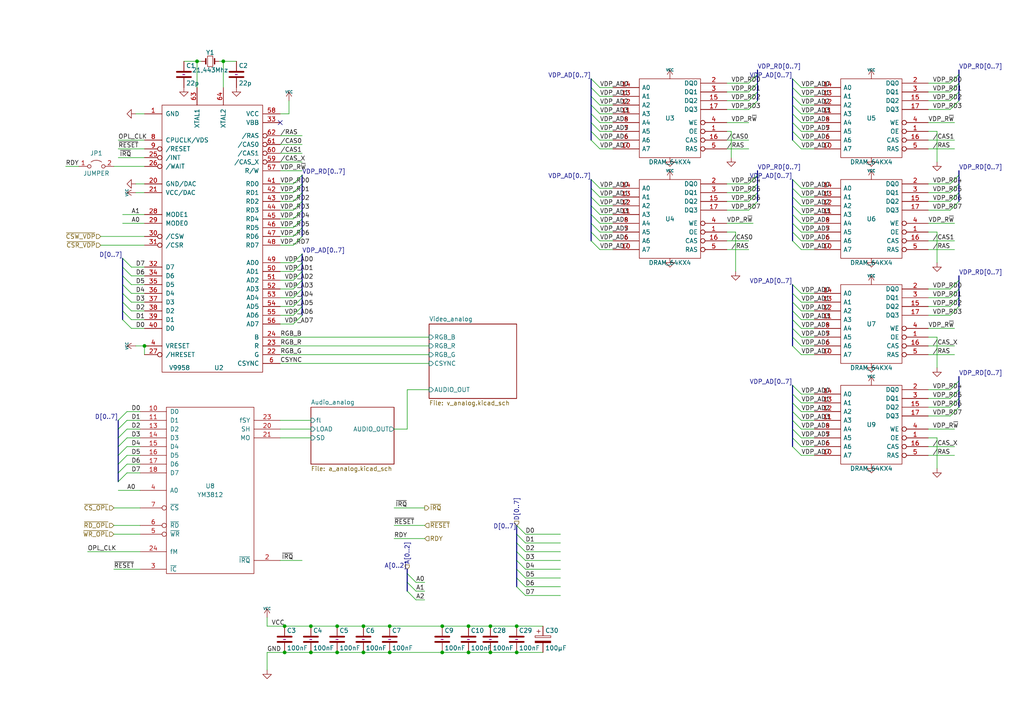
<source format=kicad_sch>
(kicad_sch (version 20230121) (generator eeschema)
  (paper "A4")
  (junction (at 82.55 181.61))
  (junction (at 128.27 189.23))
  (junction (at 113.03 189.23))
  (junction (at 135.89 189.23))
  (junction (at 82.55 189.23))
  (junction (at 113.03 181.61))
  (junction (at 105.41 189.23))
  (junction (at 149.86 189.23))
  (junction (at 142.24 189.23))
  (junction (at 57.15 17.78))
  (junction (at 142.24 181.61))
  (junction (at 97.79 189.23))
  (junction (at 149.86 181.61))
  (junction (at 105.41 181.61))
  (junction (at 128.27 181.61))
  (junction (at 90.17 189.23))
  (junction (at 41.91 100.33))
  (junction (at 135.89 181.61))
  (junction (at 97.79 181.61))
  (junction (at 90.17 181.61))
  (junction (at 64.77 17.78))
  (no_connect (at 81.28 35.56))
  (bus_entry (at 275.59 120.65) (size 2.54 -2.54))
  (bus_entry (at 275.59 55.88) (size 2.54 -2.54))
  (bus_entry (at 229.87 22.86) (size 2.54 2.54))
  (bus_entry (at 229.87 85.09) (size 2.54 2.54))
  (bus_entry (at 217.17 29.21) (size 2.54 -2.54))
  (bus_entry (at 229.87 57.15) (size 2.54 2.54))
  (bus_entry (at 85.09 71.12) (size 2.54 -2.54))
  (bus_entry (at 229.87 59.69) (size 2.54 2.54))
  (bus_entry (at 229.87 38.1) (size 2.54 2.54))
  (bus_entry (at 34.29 127) (size 2.54 -2.54))
  (bus_entry (at 171.45 54.61) (size 2.54 2.54))
  (bus_entry (at 275.59 24.13) (size 2.54 -2.54))
  (bus_entry (at 229.87 111.76) (size 2.54 2.54))
  (bus_entry (at 229.87 25.4) (size 2.54 2.54))
  (bus_entry (at 87.63 73.66) (size -2.54 2.54))
  (bus_entry (at 217.17 58.42) (size 2.54 -2.54))
  (bus_entry (at 229.87 52.07) (size 2.54 2.54))
  (bus_entry (at 171.45 57.15) (size 2.54 2.54))
  (bus_entry (at 171.45 52.07) (size 2.54 2.54))
  (bus_entry (at 85.09 55.88) (size 2.54 -2.54))
  (bus_entry (at 35.56 74.93) (size 2.54 2.54))
  (bus_entry (at 34.29 139.7) (size 2.54 -2.54))
  (bus_entry (at 152.4 165.1) (size -2.54 -2.54))
  (bus_entry (at 275.59 113.03) (size 2.54 -2.54))
  (bus_entry (at 152.4 167.64) (size -2.54 -2.54))
  (bus_entry (at 275.59 58.42) (size 2.54 -2.54))
  (bus_entry (at 152.4 162.56) (size -2.54 -2.54))
  (bus_entry (at 87.63 86.36) (size -2.54 2.54))
  (bus_entry (at 85.09 63.5) (size 2.54 -2.54))
  (bus_entry (at 35.56 87.63) (size 2.54 2.54))
  (bus_entry (at 87.63 81.28) (size -2.54 2.54))
  (bus_entry (at 229.87 69.85) (size 2.54 2.54))
  (bus_entry (at 35.56 80.01) (size 2.54 2.54))
  (bus_entry (at 171.45 59.69) (size 2.54 2.54))
  (bus_entry (at 118.11 168.91) (size 2.54 2.54))
  (bus_entry (at 229.87 100.33) (size 2.54 2.54))
  (bus_entry (at 275.59 53.34) (size 2.54 -2.54))
  (bus_entry (at 171.45 38.1) (size 2.54 2.54))
  (bus_entry (at 229.87 82.55) (size 2.54 2.54))
  (bus_entry (at 229.87 127) (size 2.54 2.54))
  (bus_entry (at 229.87 124.46) (size 2.54 2.54))
  (bus_entry (at 229.87 33.02) (size 2.54 2.54))
  (bus_entry (at 217.17 31.75) (size 2.54 -2.54))
  (bus_entry (at 171.45 62.23) (size 2.54 2.54))
  (bus_entry (at 171.45 40.64) (size 2.54 2.54))
  (bus_entry (at 34.29 129.54) (size 2.54 -2.54))
  (bus_entry (at 229.87 62.23) (size 2.54 2.54))
  (bus_entry (at 34.29 121.92) (size 2.54 -2.54))
  (bus_entry (at 217.17 53.34) (size 2.54 -2.54))
  (bus_entry (at 34.29 134.62) (size 2.54 -2.54))
  (bus_entry (at 229.87 114.3) (size 2.54 2.54))
  (bus_entry (at 35.56 82.55) (size 2.54 2.54))
  (bus_entry (at 171.45 27.94) (size 2.54 2.54))
  (bus_entry (at 152.4 157.48) (size -2.54 -2.54))
  (bus_entry (at 229.87 119.38) (size 2.54 2.54))
  (bus_entry (at 229.87 35.56) (size 2.54 2.54))
  (bus_entry (at 275.59 26.67) (size 2.54 -2.54))
  (bus_entry (at 34.29 132.08) (size 2.54 -2.54))
  (bus_entry (at 152.4 172.72) (size -2.54 -2.54))
  (bus_entry (at 171.45 69.85) (size 2.54 2.54))
  (bus_entry (at 87.63 83.82) (size -2.54 2.54))
  (bus_entry (at 229.87 67.31) (size 2.54 2.54))
  (bus_entry (at 229.87 64.77) (size 2.54 2.54))
  (bus_entry (at 275.59 91.44) (size 2.54 -2.54))
  (bus_entry (at 34.29 137.16) (size 2.54 -2.54))
  (bus_entry (at 229.87 116.84) (size 2.54 2.54))
  (bus_entry (at 171.45 22.86) (size 2.54 2.54))
  (bus_entry (at 85.09 58.42) (size 2.54 -2.54))
  (bus_entry (at 229.87 87.63) (size 2.54 2.54))
  (bus_entry (at 217.17 60.96) (size 2.54 -2.54))
  (bus_entry (at 85.09 68.58) (size 2.54 -2.54))
  (bus_entry (at 275.59 31.75) (size 2.54 -2.54))
  (bus_entry (at 275.59 88.9) (size 2.54 -2.54))
  (bus_entry (at 171.45 33.02) (size 2.54 2.54))
  (bus_entry (at 275.59 115.57) (size 2.54 -2.54))
  (bus_entry (at 229.87 92.71) (size 2.54 2.54))
  (bus_entry (at 171.45 25.4) (size 2.54 2.54))
  (bus_entry (at 171.45 30.48) (size 2.54 2.54))
  (bus_entry (at 152.4 170.18) (size -2.54 -2.54))
  (bus_entry (at 152.4 154.94) (size -2.54 -2.54))
  (bus_entry (at 229.87 129.54) (size 2.54 2.54))
  (bus_entry (at 229.87 97.79) (size 2.54 2.54))
  (bus_entry (at 87.63 76.2) (size -2.54 2.54))
  (bus_entry (at 229.87 95.25) (size 2.54 2.54))
  (bus_entry (at 118.11 166.37) (size 2.54 2.54))
  (bus_entry (at 85.09 66.04) (size 2.54 -2.54))
  (bus_entry (at 35.56 77.47) (size 2.54 2.54))
  (bus_entry (at 87.63 91.44) (size -2.54 2.54))
  (bus_entry (at 217.17 24.13) (size 2.54 -2.54))
  (bus_entry (at 85.09 60.96) (size 2.54 -2.54))
  (bus_entry (at 275.59 60.96) (size 2.54 -2.54))
  (bus_entry (at 118.11 171.45) (size 2.54 2.54))
  (bus_entry (at 171.45 35.56) (size 2.54 2.54))
  (bus_entry (at 275.59 118.11) (size 2.54 -2.54))
  (bus_entry (at 229.87 27.94) (size 2.54 2.54))
  (bus_entry (at 171.45 64.77) (size 2.54 2.54))
  (bus_entry (at 229.87 40.64) (size 2.54 2.54))
  (bus_entry (at 35.56 92.71) (size 2.54 2.54))
  (bus_entry (at 217.17 26.67) (size 2.54 -2.54))
  (bus_entry (at 34.29 124.46) (size 2.54 -2.54))
  (bus_entry (at 275.59 83.82) (size 2.54 -2.54))
  (bus_entry (at 171.45 67.31) (size 2.54 2.54))
  (bus_entry (at 275.59 29.21) (size 2.54 -2.54))
  (bus_entry (at 35.56 85.09) (size 2.54 2.54))
  (bus_entry (at 229.87 30.48) (size 2.54 2.54))
  (bus_entry (at 87.63 78.74) (size -2.54 2.54))
  (bus_entry (at 217.17 55.88) (size 2.54 -2.54))
  (bus_entry (at 85.09 53.34) (size 2.54 -2.54))
  (bus_entry (at 35.56 90.17) (size 2.54 2.54))
  (bus_entry (at 152.4 160.02) (size -2.54 -2.54))
  (bus_entry (at 87.63 88.9) (size -2.54 2.54))
  (bus_entry (at 275.59 86.36) (size 2.54 -2.54))
  (bus_entry (at 229.87 54.61) (size 2.54 2.54))
  (bus_entry (at 229.87 90.17) (size 2.54 2.54))
  (bus_entry (at 229.87 121.92) (size 2.54 2.54))
  (bus (pts (xy 219.71 49.53) (xy 219.71 50.8)))
  (wire (pts (xy 152.4 170.18) (xy 162.56 170.18)))
  (wire (pts (xy 128.27 181.61) (xy 135.89 181.61)))
  (bus (pts (xy 118.11 165.1) (xy 118.11 166.37)))
  (wire (pts (xy 210.82 55.88) (xy 217.17 55.88)))
  (wire (pts (xy 210.82 60.96) (xy 217.17 60.96)))
  (wire (pts (xy 232.41 27.94) (xy 236.22 27.94)))
  (wire (pts (xy 85.09 81.28) (xy 81.28 81.28)))
  (bus (pts (xy 171.45 54.61) (xy 171.45 57.15)))
  (wire (pts (xy 114.3 152.4) (xy 123.19 152.4)))
  (wire (pts (xy 269.24 115.57) (xy 275.59 115.57)))
  (wire (pts (xy 77.47 194.31) (xy 77.47 189.23)))
  (wire (pts (xy 38.1 87.63) (xy 41.91 87.63)))
  (wire (pts (xy 39.37 53.34) (xy 41.91 53.34)))
  (wire (pts (xy 177.8 72.39) (xy 173.99 72.39)))
  (bus (pts (xy 34.29 127) (xy 34.29 129.54)))
  (bus (pts (xy 278.13 110.49) (xy 278.13 113.03)))
  (wire (pts (xy 152.4 165.1) (xy 162.56 165.1)))
  (wire (pts (xy 152.4 167.64) (xy 162.56 167.64)))
  (wire (pts (xy 85.09 86.36) (xy 81.28 86.36)))
  (wire (pts (xy 114.3 156.21) (xy 123.19 156.21)))
  (wire (pts (xy 142.24 189.23) (xy 149.86 189.23)))
  (bus (pts (xy 219.71 53.34) (xy 219.71 55.88)))
  (wire (pts (xy 33.02 147.32) (xy 40.64 147.32)))
  (bus (pts (xy 171.45 25.4) (xy 171.45 27.94)))
  (bus (pts (xy 278.13 81.28) (xy 278.13 83.82)))
  (bus (pts (xy 278.13 24.13) (xy 278.13 26.67)))
  (wire (pts (xy 210.82 26.67) (xy 217.17 26.67)))
  (bus (pts (xy 171.45 67.31) (xy 171.45 69.85)))
  (bus (pts (xy 229.87 22.86) (xy 229.87 25.4)))
  (wire (pts (xy 269.24 26.67) (xy 275.59 26.67)))
  (wire (pts (xy 105.41 189.23) (xy 113.03 189.23)))
  (wire (pts (xy 210.82 38.1) (xy 212.09 38.1)))
  (wire (pts (xy 173.99 30.48) (xy 177.8 30.48)))
  (wire (pts (xy 81.28 49.53) (xy 87.63 49.53)))
  (wire (pts (xy 269.24 55.88) (xy 275.59 55.88)))
  (bus (pts (xy 219.71 20.32) (xy 219.71 21.59)))
  (wire (pts (xy 269.24 86.36) (xy 275.59 86.36)))
  (wire (pts (xy 41.91 40.64) (xy 34.29 40.64)))
  (wire (pts (xy 19.05 48.26) (xy 22.86 48.26)))
  (wire (pts (xy 173.99 54.61) (xy 177.8 54.61)))
  (bus (pts (xy 171.45 33.02) (xy 171.45 35.56)))
  (wire (pts (xy 232.41 90.17) (xy 236.22 90.17)))
  (wire (pts (xy 271.78 97.79) (xy 271.78 106.68)))
  (bus (pts (xy 278.13 20.32) (xy 278.13 21.59)))
  (wire (pts (xy 81.28 68.58) (xy 85.09 68.58)))
  (bus (pts (xy 229.87 82.55) (xy 229.87 85.09)))
  (wire (pts (xy 85.09 91.44) (xy 81.28 91.44)))
  (bus (pts (xy 87.63 88.9) (xy 87.63 91.44)))
  (wire (pts (xy 217.17 43.18) (xy 210.82 43.18)))
  (bus (pts (xy 229.87 85.09) (xy 229.87 87.63)))
  (wire (pts (xy 81.28 41.91) (xy 87.63 41.91)))
  (bus (pts (xy 229.87 97.79) (xy 229.87 100.33)))
  (wire (pts (xy 90.17 181.61) (xy 97.79 181.61)))
  (bus (pts (xy 35.56 90.17) (xy 35.56 92.71)))
  (wire (pts (xy 34.29 45.72) (xy 41.91 45.72)))
  (bus (pts (xy 278.13 50.8) (xy 278.13 53.34)))
  (bus (pts (xy 229.87 114.3) (xy 229.87 116.84)))
  (bus (pts (xy 278.13 80.01) (xy 278.13 81.28)))
  (wire (pts (xy 33.02 48.26) (xy 41.91 48.26)))
  (wire (pts (xy 217.17 69.85) (xy 210.82 69.85)))
  (wire (pts (xy 232.41 95.25) (xy 236.22 95.25)))
  (wire (pts (xy 217.17 29.21) (xy 210.82 29.21)))
  (bus (pts (xy 278.13 115.57) (xy 278.13 118.11)))
  (wire (pts (xy 29.21 68.58) (xy 41.91 68.58)))
  (wire (pts (xy 276.86 129.54) (xy 269.24 129.54)))
  (wire (pts (xy 173.99 59.69) (xy 177.8 59.69)))
  (bus (pts (xy 171.45 38.1) (xy 171.45 40.64)))
  (wire (pts (xy 276.86 40.64) (xy 269.24 40.64)))
  (wire (pts (xy 269.24 60.96) (xy 275.59 60.96)))
  (wire (pts (xy 36.83 129.54) (xy 40.64 129.54)))
  (bus (pts (xy 87.63 55.88) (xy 87.63 58.42)))
  (bus (pts (xy 171.45 27.94) (xy 171.45 30.48)))
  (wire (pts (xy 269.24 95.25) (xy 276.86 95.25)))
  (wire (pts (xy 232.41 100.33) (xy 236.22 100.33)))
  (wire (pts (xy 83.82 29.21) (xy 83.82 33.02)))
  (wire (pts (xy 213.36 67.31) (xy 213.36 78.74)))
  (wire (pts (xy 41.91 100.33) (xy 41.91 102.87)))
  (wire (pts (xy 82.55 181.61) (xy 90.17 181.61)))
  (bus (pts (xy 171.45 52.07) (xy 171.45 54.61)))
  (bus (pts (xy 229.87 92.71) (xy 229.87 95.25)))
  (wire (pts (xy 210.82 31.75) (xy 217.17 31.75)))
  (wire (pts (xy 275.59 88.9) (xy 269.24 88.9)))
  (bus (pts (xy 229.87 38.1) (xy 229.87 40.64)))
  (wire (pts (xy 232.41 62.23) (xy 236.22 62.23)))
  (wire (pts (xy 81.28 44.45) (xy 87.63 44.45)))
  (bus (pts (xy 171.45 22.86) (xy 171.45 25.4)))
  (bus (pts (xy 34.29 137.16) (xy 34.29 139.7)))
  (bus (pts (xy 229.87 90.17) (xy 229.87 92.71)))
  (bus (pts (xy 149.86 165.1) (xy 149.86 167.64)))
  (wire (pts (xy 232.41 85.09) (xy 236.22 85.09)))
  (bus (pts (xy 278.13 83.82) (xy 278.13 86.36)))
  (bus (pts (xy 87.63 78.74) (xy 87.63 81.28)))
  (wire (pts (xy 232.41 69.85) (xy 236.22 69.85)))
  (bus (pts (xy 229.87 62.23) (xy 229.87 64.77)))
  (wire (pts (xy 232.41 54.61) (xy 236.22 54.61)))
  (wire (pts (xy 128.27 189.23) (xy 135.89 189.23)))
  (wire (pts (xy 217.17 40.64) (xy 210.82 40.64)))
  (bus (pts (xy 35.56 77.47) (xy 35.56 80.01)))
  (wire (pts (xy 271.78 38.1) (xy 271.78 46.99)))
  (wire (pts (xy 81.28 97.79) (xy 124.46 97.79)))
  (bus (pts (xy 34.29 121.92) (xy 34.29 124.46)))
  (wire (pts (xy 276.86 72.39) (xy 269.24 72.39)))
  (wire (pts (xy 271.78 127) (xy 271.78 135.89)))
  (wire (pts (xy 210.82 53.34) (xy 217.17 53.34)))
  (bus (pts (xy 171.45 59.69) (xy 171.45 62.23)))
  (bus (pts (xy 35.56 87.63) (xy 35.56 90.17)))
  (bus (pts (xy 87.63 81.28) (xy 87.63 83.82)))
  (wire (pts (xy 57.15 17.78) (xy 58.42 17.78)))
  (wire (pts (xy 41.91 100.33) (xy 43.18 100.33)))
  (wire (pts (xy 38.1 95.25) (xy 41.91 95.25)))
  (wire (pts (xy 105.41 181.61) (xy 113.03 181.61)))
  (wire (pts (xy 210.82 24.13) (xy 217.17 24.13)))
  (bus (pts (xy 219.71 55.88) (xy 219.71 58.42)))
  (wire (pts (xy 269.24 24.13) (xy 275.59 24.13)))
  (wire (pts (xy 232.41 35.56) (xy 236.22 35.56)))
  (wire (pts (xy 152.4 172.72) (xy 162.56 172.72)))
  (bus (pts (xy 171.45 57.15) (xy 171.45 59.69)))
  (wire (pts (xy 236.22 43.18) (xy 232.41 43.18)))
  (bus (pts (xy 87.63 50.8) (xy 87.63 53.34)))
  (bus (pts (xy 229.87 119.38) (xy 229.87 121.92)))
  (wire (pts (xy 97.79 189.23) (xy 105.41 189.23)))
  (wire (pts (xy 113.03 181.61) (xy 128.27 181.61)))
  (wire (pts (xy 38.1 85.09) (xy 41.91 85.09)))
  (wire (pts (xy 269.24 35.56) (xy 276.86 35.56)))
  (wire (pts (xy 276.86 100.33) (xy 269.24 100.33)))
  (bus (pts (xy 87.63 83.82) (xy 87.63 86.36)))
  (bus (pts (xy 87.63 73.66) (xy 87.63 76.2)))
  (wire (pts (xy 118.11 124.46) (xy 118.11 113.03)))
  (wire (pts (xy 173.99 33.02) (xy 177.8 33.02)))
  (wire (pts (xy 269.24 113.03) (xy 275.59 113.03)))
  (bus (pts (xy 87.63 53.34) (xy 87.63 55.88)))
  (bus (pts (xy 229.87 121.92) (xy 229.87 124.46)))
  (bus (pts (xy 35.56 82.55) (xy 35.56 85.09)))
  (wire (pts (xy 81.28 53.34) (xy 85.09 53.34)))
  (wire (pts (xy 232.41 129.54) (xy 236.22 129.54)))
  (wire (pts (xy 38.1 80.01) (xy 41.91 80.01)))
  (wire (pts (xy 232.41 97.79) (xy 236.22 97.79)))
  (wire (pts (xy 77.47 181.61) (xy 82.55 181.61)))
  (wire (pts (xy 232.41 114.3) (xy 236.22 114.3)))
  (wire (pts (xy 113.03 189.23) (xy 128.27 189.23)))
  (bus (pts (xy 171.45 30.48) (xy 171.45 33.02)))
  (wire (pts (xy 53.34 17.78) (xy 57.15 17.78)))
  (bus (pts (xy 219.71 24.13) (xy 219.71 26.67)))
  (wire (pts (xy 152.4 162.56) (xy 162.56 162.56)))
  (bus (pts (xy 278.13 26.67) (xy 278.13 29.21)))
  (bus (pts (xy 87.63 76.2) (xy 87.63 78.74)))
  (bus (pts (xy 219.71 21.59) (xy 219.71 24.13)))
  (wire (pts (xy 120.65 173.99) (xy 123.19 173.99)))
  (wire (pts (xy 173.99 40.64) (xy 177.8 40.64)))
  (wire (pts (xy 276.86 102.87) (xy 269.24 102.87)))
  (wire (pts (xy 33.02 165.1) (xy 40.64 165.1)))
  (bus (pts (xy 34.29 132.08) (xy 34.29 134.62)))
  (bus (pts (xy 149.86 157.48) (xy 149.86 160.02)))
  (wire (pts (xy 41.91 64.77) (xy 35.56 64.77)))
  (bus (pts (xy 229.87 59.69) (xy 229.87 62.23)))
  (wire (pts (xy 173.99 25.4) (xy 177.8 25.4)))
  (bus (pts (xy 229.87 25.4) (xy 229.87 27.94)))
  (wire (pts (xy 81.28 46.99) (xy 87.63 46.99)))
  (wire (pts (xy 77.47 179.07) (xy 77.47 181.61)))
  (wire (pts (xy 269.24 38.1) (xy 271.78 38.1)))
  (bus (pts (xy 278.13 113.03) (xy 278.13 115.57)))
  (wire (pts (xy 90.17 189.23) (xy 97.79 189.23)))
  (wire (pts (xy 81.28 124.46) (xy 90.17 124.46)))
  (wire (pts (xy 81.28 39.37) (xy 87.63 39.37)))
  (wire (pts (xy 232.41 64.77) (xy 236.22 64.77)))
  (bus (pts (xy 87.63 66.04) (xy 87.63 68.58)))
  (wire (pts (xy 236.22 102.87) (xy 232.41 102.87)))
  (wire (pts (xy 232.41 25.4) (xy 236.22 25.4)))
  (wire (pts (xy 232.41 121.92) (xy 236.22 121.92)))
  (wire (pts (xy 38.1 90.17) (xy 41.91 90.17)))
  (wire (pts (xy 85.09 78.74) (xy 81.28 78.74)))
  (wire (pts (xy 81.28 55.88) (xy 85.09 55.88)))
  (wire (pts (xy 81.28 63.5) (xy 85.09 63.5)))
  (wire (pts (xy 269.24 83.82) (xy 275.59 83.82)))
  (wire (pts (xy 29.21 71.12) (xy 41.91 71.12)))
  (wire (pts (xy 236.22 132.08) (xy 232.41 132.08)))
  (wire (pts (xy 173.99 35.56) (xy 177.8 35.56)))
  (wire (pts (xy 135.89 181.61) (xy 142.24 181.61)))
  (wire (pts (xy 77.47 189.23) (xy 82.55 189.23)))
  (wire (pts (xy 85.09 76.2) (xy 81.28 76.2)))
  (wire (pts (xy 39.37 55.88) (xy 41.91 55.88)))
  (bus (pts (xy 118.11 166.37) (xy 118.11 168.91)))
  (bus (pts (xy 87.63 63.5) (xy 87.63 66.04)))
  (bus (pts (xy 219.71 26.67) (xy 219.71 29.21)))
  (bus (pts (xy 87.63 60.96) (xy 87.63 63.5)))
  (wire (pts (xy 173.99 57.15) (xy 177.8 57.15)))
  (wire (pts (xy 81.28 105.41) (xy 124.46 105.41)))
  (wire (pts (xy 173.99 67.31) (xy 177.8 67.31)))
  (bus (pts (xy 34.29 134.62) (xy 34.29 137.16)))
  (wire (pts (xy 81.28 127) (xy 90.17 127)))
  (wire (pts (xy 232.41 119.38) (xy 236.22 119.38)))
  (wire (pts (xy 38.1 92.71) (xy 41.91 92.71)))
  (wire (pts (xy 210.82 67.31) (xy 213.36 67.31)))
  (wire (pts (xy 236.22 72.39) (xy 232.41 72.39)))
  (bus (pts (xy 278.13 49.53) (xy 278.13 50.8)))
  (wire (pts (xy 64.77 17.78) (xy 64.77 25.4)))
  (wire (pts (xy 81.28 102.87) (xy 124.46 102.87)))
  (wire (pts (xy 40.64 142.24) (xy 34.29 142.24)))
  (wire (pts (xy 36.83 137.16) (xy 40.64 137.16)))
  (wire (pts (xy 269.24 97.79) (xy 271.78 97.79)))
  (wire (pts (xy 85.09 88.9) (xy 81.28 88.9)))
  (wire (pts (xy 81.28 66.04) (xy 85.09 66.04)))
  (wire (pts (xy 210.82 58.42) (xy 217.17 58.42)))
  (wire (pts (xy 40.64 160.02) (xy 25.4 160.02)))
  (bus (pts (xy 35.56 74.93) (xy 35.56 77.47)))
  (bus (pts (xy 171.45 35.56) (xy 171.45 38.1)))
  (bus (pts (xy 278.13 21.59) (xy 278.13 24.13)))
  (wire (pts (xy 269.24 31.75) (xy 275.59 31.75)))
  (wire (pts (xy 173.99 62.23) (xy 177.8 62.23)))
  (wire (pts (xy 120.65 168.91) (xy 123.19 168.91)))
  (wire (pts (xy 38.1 77.47) (xy 41.91 77.47)))
  (bus (pts (xy 87.63 86.36) (xy 87.63 88.9)))
  (wire (pts (xy 85.09 71.12) (xy 81.28 71.12)))
  (wire (pts (xy 152.4 157.48) (xy 162.56 157.48)))
  (wire (pts (xy 232.41 38.1) (xy 236.22 38.1)))
  (wire (pts (xy 135.89 189.23) (xy 142.24 189.23)))
  (wire (pts (xy 118.11 113.03) (xy 124.46 113.03)))
  (wire (pts (xy 83.82 33.02) (xy 81.28 33.02)))
  (bus (pts (xy 229.87 35.56) (xy 229.87 38.1)))
  (wire (pts (xy 232.41 33.02) (xy 236.22 33.02)))
  (wire (pts (xy 275.59 29.21) (xy 269.24 29.21)))
  (wire (pts (xy 177.8 43.18) (xy 173.99 43.18)))
  (wire (pts (xy 81.28 60.96) (xy 85.09 60.96)))
  (wire (pts (xy 39.37 33.02) (xy 41.91 33.02)))
  (wire (pts (xy 269.24 120.65) (xy 275.59 120.65)))
  (bus (pts (xy 35.56 85.09) (xy 35.56 87.63)))
  (wire (pts (xy 81.28 93.98) (xy 85.09 93.98)))
  (wire (pts (xy 81.28 100.33) (xy 124.46 100.33)))
  (wire (pts (xy 34.29 43.18) (xy 41.91 43.18)))
  (bus (pts (xy 171.45 64.77) (xy 171.45 67.31)))
  (wire (pts (xy 173.99 27.94) (xy 177.8 27.94)))
  (wire (pts (xy 36.83 121.92) (xy 40.64 121.92)))
  (bus (pts (xy 35.56 80.01) (xy 35.56 82.55)))
  (wire (pts (xy 36.83 119.38) (xy 40.64 119.38)))
  (bus (pts (xy 118.11 168.91) (xy 118.11 171.45)))
  (wire (pts (xy 232.41 127) (xy 236.22 127)))
  (bus (pts (xy 149.86 162.56) (xy 149.86 165.1)))
  (wire (pts (xy 232.41 57.15) (xy 236.22 57.15)))
  (wire (pts (xy 39.37 100.33) (xy 41.91 100.33)))
  (bus (pts (xy 229.87 111.76) (xy 229.87 114.3)))
  (wire (pts (xy 142.24 181.61) (xy 149.86 181.61)))
  (wire (pts (xy 81.28 58.42) (xy 85.09 58.42)))
  (wire (pts (xy 36.83 124.46) (xy 40.64 124.46)))
  (bus (pts (xy 34.29 129.54) (xy 34.29 132.08)))
  (wire (pts (xy 232.41 116.84) (xy 236.22 116.84)))
  (wire (pts (xy 232.41 124.46) (xy 236.22 124.46)))
  (wire (pts (xy 36.83 127) (xy 40.64 127)))
  (bus (pts (xy 87.63 58.42) (xy 87.63 60.96)))
  (bus (pts (xy 229.87 30.48) (xy 229.87 33.02)))
  (wire (pts (xy 85.09 83.82) (xy 81.28 83.82)))
  (wire (pts (xy 35.56 62.23) (xy 41.91 62.23)))
  (wire (pts (xy 57.15 25.4) (xy 57.15 17.78)))
  (wire (pts (xy 114.3 124.46) (xy 118.11 124.46)))
  (bus (pts (xy 229.87 57.15) (xy 229.87 59.69)))
  (wire (pts (xy 210.82 35.56) (xy 217.17 35.56)))
  (bus (pts (xy 229.87 54.61) (xy 229.87 57.15)))
  (bus (pts (xy 229.87 27.94) (xy 229.87 30.48)))
  (wire (pts (xy 152.4 154.94) (xy 162.56 154.94)))
  (bus (pts (xy 34.29 124.46) (xy 34.29 127)))
  (wire (pts (xy 217.17 72.39) (xy 210.82 72.39)))
  (wire (pts (xy 40.64 132.08) (xy 36.83 132.08)))
  (wire (pts (xy 173.99 64.77) (xy 177.8 64.77)))
  (wire (pts (xy 114.3 147.32) (xy 123.19 147.32)))
  (wire (pts (xy 64.77 17.78) (xy 68.58 17.78)))
  (bus (pts (xy 278.13 53.34) (xy 278.13 55.88)))
  (wire (pts (xy 218.44 64.77) (xy 210.82 64.77)))
  (wire (pts (xy 232.41 30.48) (xy 236.22 30.48)))
  (wire (pts (xy 33.02 152.4) (xy 40.64 152.4)))
  (wire (pts (xy 81.28 162.56) (xy 87.63 162.56)))
  (bus (pts (xy 149.86 152.4) (xy 149.86 154.94)))
  (wire (pts (xy 271.78 67.31) (xy 271.78 76.2)))
  (bus (pts (xy 229.87 33.02) (xy 229.87 35.56)))
  (bus (pts (xy 229.87 52.07) (xy 229.87 54.61)))
  (wire (pts (xy 33.02 154.94) (xy 40.64 154.94)))
  (wire (pts (xy 120.65 171.45) (xy 123.19 171.45)))
  (bus (pts (xy 278.13 109.22) (xy 278.13 110.49)))
  (wire (pts (xy 36.83 134.62) (xy 40.64 134.62)))
  (bus (pts (xy 149.86 167.64) (xy 149.86 170.18)))
  (wire (pts (xy 276.86 64.77) (xy 269.24 64.77)))
  (wire (pts (xy 232.41 67.31) (xy 236.22 67.31)))
  (wire (pts (xy 276.86 124.46) (xy 269.24 124.46)))
  (wire (pts (xy 232.41 59.69) (xy 236.22 59.69)))
  (bus (pts (xy 278.13 55.88) (xy 278.13 58.42)))
  (wire (pts (xy 97.79 181.61) (xy 105.41 181.61)))
  (wire (pts (xy 149.86 181.61) (xy 157.48 181.61)))
  (bus (pts (xy 229.87 127) (xy 229.87 129.54)))
  (wire (pts (xy 173.99 38.1) (xy 177.8 38.1)))
  (wire (pts (xy 82.55 189.23) (xy 90.17 189.23)))
  (bus (pts (xy 229.87 87.63) (xy 229.87 90.17)))
  (bus (pts (xy 219.71 50.8) (xy 219.71 53.34)))
  (wire (pts (xy 269.24 127) (xy 271.78 127)))
  (wire (pts (xy 173.99 69.85) (xy 177.8 69.85)))
  (wire (pts (xy 41.91 82.55) (xy 38.1 82.55)))
  (wire (pts (xy 232.41 87.63) (xy 236.22 87.63)))
  (wire (pts (xy 269.24 67.31) (xy 271.78 67.31)))
  (wire (pts (xy 152.4 160.02) (xy 162.56 160.02)))
  (wire (pts (xy 269.24 118.11) (xy 275.59 118.11)))
  (wire (pts (xy 232.41 40.64) (xy 236.22 40.64)))
  (bus (pts (xy 229.87 67.31) (xy 229.87 69.85)))
  (bus (pts (xy 278.13 86.36) (xy 278.13 88.9)))
  (bus (pts (xy 229.87 64.77) (xy 229.87 67.31)))
  (wire (pts (xy 212.09 38.1) (xy 212.09 45.72)))
  (bus (pts (xy 149.86 154.94) (xy 149.86 157.48)))
  (wire (pts (xy 276.86 132.08) (xy 269.24 132.08)))
  (wire (pts (xy 232.41 92.71) (xy 236.22 92.71)))
  (wire (pts (xy 81.28 121.92) (xy 90.17 121.92)))
  (bus (pts (xy 229.87 116.84) (xy 229.87 119.38)))
  (bus (pts (xy 171.45 62.23) (xy 171.45 64.77)))
  (wire (pts (xy 149.86 189.23) (xy 157.48 189.23)))
  (bus (pts (xy 149.86 160.02) (xy 149.86 162.56)))
  (bus (pts (xy 229.87 124.46) (xy 229.87 127)))
  (bus (pts (xy 229.87 95.25) (xy 229.87 97.79)))
  (wire (pts (xy 269.24 53.34) (xy 275.59 53.34)))
  (wire (pts (xy 269.24 91.44) (xy 275.59 91.44)))
  (wire (pts (xy 276.86 69.85) (xy 269.24 69.85)))
  (wire (pts (xy 269.24 58.42) (xy 275.59 58.42)))
  (wire (pts (xy 276.86 43.18) (xy 269.24 43.18)))
  (wire (pts (xy 63.5 17.78) (xy 64.77 17.78)))
  (label "A1" (at 38.1 62.23 0))
  (label "D3" (at 38.1 127 0))
  (label "VDP_RD7" (at 270.51 60.96 0))
  (label "VDP_AD3" (at 232.41 62.23 0))
  (label "D6" (at 152.4 170.18 0))
  (label "D5" (at 152.4 167.64 0))
  (label "CSYNC" (at 81.28 105.41 0))
  (label "VDP_AD[0..7]" (at 171.45 22.86 180))
  (label "VDP_RD6" (at 212.09 58.42 0))
  (label "VDP_RD1" (at 81.28 55.88 0))
  (label "VDP_AD6" (at 232.41 69.85 0))
  (label "VDP_RD[0..7]" (at 278.13 80.01 0))
  (label "~{RESET}" (at 33.02 165.1 0))
  (label "VDP_AD3" (at 173.99 33.02 0))
  (label "VDP_AD1" (at 232.41 27.94 0))
  (label "VDP_R~{W}" (at 210.82 64.77 0))
  (label "VDP_RD0" (at 212.09 24.13 0))
  (label "VDP_AD7" (at 82.55 93.98 0))
  (label "RGB_B" (at 81.28 97.79 0))
  (label "VDP_R~{W}" (at 81.28 49.53 0))
  (label "D0" (at 39.37 95.25 0))
  (label "VDP_RD1" (at 212.09 26.67 0))
  (label "/RAS" (at 212.09 72.39 0))
  (label "VDP_AD5" (at 173.99 67.31 0))
  (label "A2" (at 120.65 173.99 0))
  (label "VCC" (at 78.74 181.61 0))
  (label "VDP_AD2" (at 232.41 59.69 0))
  (label "VDP_AD6" (at 232.41 129.54 0))
  (label "/CAS0" (at 210.82 40.64 0))
  (label "VDP_AD0" (at 82.55 76.2 0))
  (label "VDP_AD0" (at 232.41 54.61 0))
  (label "VDP_R~{W}" (at 212.09 35.56 0))
  (label "D4" (at 39.37 85.09 0))
  (label "VDP_AD0" (at 232.41 114.3 0))
  (label "VDP_R~{W}" (at 269.24 64.77 0))
  (label "VDP_AD6" (at 232.41 40.64 0))
  (label "VDP_RD7" (at 270.51 120.65 0))
  (label "VDP_RD6" (at 270.51 118.11 0))
  (label "/CAS1" (at 270.51 69.85 0))
  (label "VDP_RD[0..7]" (at 219.71 20.32 0))
  (label "/CAS0" (at 212.09 69.85 0))
  (label "VDP_AD7" (at 173.99 43.18 0))
  (label "VDP_AD[0..7]" (at 229.87 111.76 180))
  (label "VDP_RD5" (at 81.28 66.04 0))
  (label "VDP_RD5" (at 270.51 115.57 0))
  (label "VDP_AD4" (at 232.41 64.77 0))
  (label "VDP_RD5" (at 270.51 55.88 0))
  (label "D0" (at 152.4 154.94 0))
  (label "D4" (at 152.4 165.1 0))
  (label "VDP_R~{W}" (at 269.24 35.56 0))
  (label "VDP_RD2" (at 212.09 29.21 0))
  (label "D7" (at 152.4 172.72 0))
  (label "VDP_AD[0..7]" (at 229.87 82.55 180))
  (label "VDP_AD2" (at 232.41 90.17 0))
  (label "VDP_AD7" (at 232.41 43.18 0))
  (label "/CAS1" (at 270.51 40.64 0))
  (label "VDP_AD1" (at 232.41 116.84 0))
  (label "VDP_AD0" (at 232.41 25.4 0))
  (label "VDP_AD3" (at 232.41 33.02 0))
  (label "VDP_R~{W}" (at 269.24 95.25 0))
  (label "VDP_AD1" (at 232.41 87.63 0))
  (label "/CAS_X" (at 81.28 46.99 0))
  (label "VDP_AD6" (at 173.99 69.85 0))
  (label "VDP_RD0" (at 270.51 83.82 0))
  (label "VDP_AD7" (at 173.99 72.39 0))
  (label "D5" (at 38.1 132.08 0))
  (label "VDP_AD4" (at 232.41 95.25 0))
  (label "D6" (at 38.1 134.62 0))
  (label "VDP_RD6" (at 81.28 68.58 0))
  (label "VDP_RD[0..7]" (at 278.13 20.32 0))
  (label "OPL_CLK" (at 25.4 160.02 0))
  (label "VDP_AD5" (at 82.55 88.9 0))
  (label "/RAS" (at 270.51 132.08 0))
  (label "/RAS" (at 270.51 102.87 0))
  (label "VDP_RD[0..7]" (at 278.13 49.53 0))
  (label "VDP_RD3" (at 81.28 60.96 0))
  (label "VDP_RD[0..7]" (at 87.63 50.8 0))
  (label "VDP_AD3" (at 232.41 92.71 0))
  (label "VDP_RD4" (at 270.51 113.03 0))
  (label "D3" (at 152.4 162.56 0))
  (label "/RAS" (at 210.82 43.18 0))
  (label "D6" (at 39.37 80.01 0))
  (label "VDP_AD2" (at 82.55 81.28 0))
  (label "VDP_AD[0..7]" (at 229.87 52.07 180))
  (label "VDP_RD4" (at 81.28 63.5 0))
  (label "VDP_AD7" (at 232.41 132.08 0))
  (label "~{RESET}" (at 34.29 43.18 0))
  (label "VDP_AD4" (at 232.41 124.46 0))
  (label "/CAS0" (at 81.28 41.91 0))
  (label "VDP_AD5" (at 232.41 127 0))
  (label "D7" (at 38.1 137.16 0))
  (label "VDP_AD6" (at 82.55 91.44 0))
  (label "VDP_AD4" (at 82.55 86.36 0))
  (label "~{IRQ}" (at 85.09 162.56 180))
  (label "VDP_RD2" (at 81.28 58.42 0))
  (label "A0" (at 36.83 142.24 0))
  (label "D[0..7]" (at 34.29 121.92 180))
  (label "VDP_RD5" (at 212.09 55.88 0))
  (label "VDP_AD3" (at 173.99 62.23 0))
  (label "D1" (at 152.4 157.48 0))
  (label "A[0..2]" (at 118.11 165.1 180))
  (label "VDP_AD6" (at 232.41 100.33 0))
  (label "A0" (at 38.1 64.77 0))
  (label "VDP_AD4" (at 173.99 64.77 0))
  (label "D1" (at 38.1 121.92 0))
  (label "/CAS_X" (at 270.51 100.33 0))
  (label "VDP_AD7" (at 232.41 72.39 0))
  (label "D[0..7]" (at 149.86 153.67 180))
  (label "A1" (at 120.65 171.45 0))
  (label "VDP_RD1" (at 270.51 86.36 0))
  (label "VDP_RD6" (at 270.51 58.42 0))
  (label "VDP_AD2" (at 232.41 30.48 0))
  (label "VDP_AD1" (at 232.41 57.15 0))
  (label "RDY" (at 114.3 156.21 0))
  (label "VDP_RD1" (at 270.51 26.67 0))
  (label "D2" (at 152.4 160.02 0))
  (label "VDP_RD2" (at 270.51 88.9 0))
  (label "D4" (at 38.1 129.54 0))
  (label "VDP_AD0" (at 232.41 85.09 0))
  (label "RDY" (at 19.05 48.26 0))
  (label "D2" (at 38.1 124.46 0))
  (label "/RAS" (at 81.28 39.37 0))
  (label "D0" (at 38.1 119.38 0))
  (label "VDP_AD5" (at 173.99 38.1 0))
  (label "VDP_AD3" (at 232.41 121.92 0))
  (label "VDP_RD3" (at 212.09 31.75 0))
  (label "VDP_RD2" (at 270.51 29.21 0))
  (label "~{IRQ}" (at 38.1 45.72 180))
  (label "VDP_RD0" (at 81.28 53.34 0))
  (label "RGB_R" (at 81.28 100.33 0))
  (label "VDP_RD0" (at 270.51 24.13 0))
  (label "VDP_AD5" (at 232.41 97.79 0))
  (label "VDP_RD4" (at 212.09 53.34 0))
  (label "D5" (at 39.37 82.55 0))
  (label "GND" (at 77.47 189.23 0))
  (label "/CAS1" (at 81.28 44.45 0))
  (label "VDP_RD3" (at 270.51 91.44 0))
  (label "D[0..7]" (at 35.56 74.93 180))
  (label "VDP_AD1" (at 173.99 57.15 0))
  (label "VDP_AD[0..7]" (at 171.45 52.07 180))
  (label "VDP_AD0" (at 173.99 54.61 0))
  (label "VDP_RD7" (at 81.28 71.12 0))
  (label "VDP_AD7" (at 232.41 102.87 0))
  (label "VDP_AD5" (at 232.41 38.1 0))
  (label "/RAS" (at 270.51 72.39 0))
  (label "VDP_AD1" (at 173.99 27.94 0))
  (label "VDP_AD5" (at 232.41 67.31 0))
  (label "VDP_RD7" (at 212.09 60.96 0))
  (label "VDP_AD3" (at 82.55 83.82 0))
  (label "VDP_AD1" (at 82.55 78.74 0))
  (label "RGB_G" (at 81.28 102.87 0))
  (label "VDP_AD[0..7]" (at 229.87 22.86 180))
  (label "D3" (at 39.37 87.63 0))
  (label "/CAS_X" (at 270.51 129.54 0))
  (label "D2" (at 39.37 90.17 0))
  (label "VDP_AD4" (at 173.99 35.56 0))
  (label "VDP_RD4" (at 270.51 53.34 0))
  (label "VDP_R~{W}" (at 270.51 124.46 0))
  (label "D1" (at 39.37 92.71 0))
  (label "~{IRQ}" (at 118.11 147.32 180))
  (label "D7" (at 39.37 77.47 0))
  (label "VDP_AD0" (at 173.99 25.4 0))
  (label "~{RESET}" (at 114.3 152.4 0))
  (label "VDP_AD[0..7]" (at 87.63 73.66 0))
  (label "OPL_CLK" (at 34.29 40.64 0))
  (label "VDP_RD[0..7]" (at 278.13 109.22 0))
  (label "VDP_AD2" (at 173.99 30.48 0))
  (label "A0" (at 120.65 168.91 0))
  (label "VDP_AD2" (at 173.99 59.69 0))
  (label "VDP_AD2" (at 232.41 119.38 0))
  (label "VDP_RD3" (at 270.51 31.75 0))
  (label "/RAS" (at 270.51 43.18 0))
  (label "VDP_AD6" (at 173.99 40.64 0))
  (label "VDP_RD[0..7]" (at 219.71 49.53 0))
  (label "VDP_AD4" (at 232.41 35.56 0))
  (hierarchical_label "~{CS_OPL}" (shape input) (at 33.02 147.32 180))
  (hierarchical_label "~{CSW_VDP}" (shape input) (at 29.21 68.58 180))
  (hierarchical_label "~{RD_OPL}" (shape input) (at 33.02 152.4 180))
  (hierarchical_label "~{RESET}" (shape input) (at 123.19 152.4 0))
  (hierarchical_label "~{CSR_VDP}" (shape input) (at 29.21 71.12 180))
  (hierarchical_label "~{WR_OPL}" (shape input) (at 33.02 154.94 180))
  (hierarchical_label "RDY" (shape input) (at 123.19 156.21 0))
  (hierarchical_label "D[0..7]" (shape input) (at 149.86 152.4 90))
  (hierarchical_label "A[0..2]" (shape input) (at 118.11 165.1 90))
  (hierarchical_label "~{IRQ}" (shape output) (at 123.19 147.32 0))
  (symbol (lib_id "power:GND") (at 68.58 25.4 0) (unit 1)
    (property "Reference" "#PWR04" (effects hide))
    (property "Value" "GND" (effects hide))
    (instances (project "v9958" (path "" (reference "#PWR04") (unit 1))) (project "sbc" (path "" (reference "#PWR021") (unit 1))))
  )
  (symbol (lib_id "steckschwein:V9958") (at 60.96 67.31 0) (unit 1)
    (property "Reference" "U2" (at 63.5 106.68 0))
    (property "Value" "V9958" (at 52.07 106.68 0))
    (property "Footprint" "steckschwein:SDIP64" (effects hide))
    (instances (project "v9958" (path "" (reference "U2") (unit 1))) (project "sbc" (path "" (reference "U18") (unit 1))))
  )
  (symbol (lib_id "power:VCC") (at 77.47 179.07 0) (unit 1)
    (property "Reference" "#PWR010" (effects hide))
    (property "Value" "VCC" (at 77.47 176.53 0) (effects (font (size 0.762 0.762))))
    (instances (project "v9958" (path "" (reference "#PWR010") (unit 1))) (project "sbc" (path "" (reference "#PWR014") (unit 1))))
  )
  (symbol (lib_id "power:VCC") (at 194.31 52.07 0) (unit 1)
    (property "Reference" "#PWR09" (effects hide))
    (property "Value" "VCC" (at 194.31 49.53 0) (effects (font (size 0.762 0.762))))
    (instances (project "v9958" (path "" (reference "#PWR09") (unit 1))) (project "sbc" (path "" (reference "#PWR070") (unit 1))))
  )
  (symbol (lib_id "power:VCC") (at 252.73 22.86 0) (unit 1)
    (property "Reference" "#PWR09" (effects hide))
    (property "Value" "VCC" (at 252.73 20.32 0) (effects (font (size 0.762 0.762))))
    (instances (project "v9958" (path "" (reference "#PWR09") (unit 1))) (project "sbc" (path "" (reference "#PWR067") (unit 1))))
  )
  (symbol (lib_id "power:VCC") (at 39.37 100.33 90) (unit 1)
    (property "Reference" "#PWR01" (effects hide))
    (property "Value" "VCC" (at 36.83 100.33 0) (effects (font (size 0.762 0.762))))
    (instances (project "v9958" (path "" (reference "#PWR01") (unit 1))) (project "sbc" (path "" (reference "#PWR019") (unit 1))))
  )
  (symbol (lib_id "steckschwein:C_Polarized") (at 157.48 185.42 0) (unit 1)
    (property "Reference" "C30" (at 158.115 182.88 0) (effects (justify left)))
    (property "Value" "100µF" (at 158.115 187.96 0) (effects (justify left)))
    (property "Footprint" "steckschwein:CP_Radial_D4.0mm_P2.00mm" (effects hide))
    (instances (project "v9958" (path "" (reference "C30") (unit 1))) (project "sbc" (path "" (reference "C38") (unit 1))))
  )
  (symbol (lib_id "power:GND") (at 53.34 25.4 0) (unit 1)
    (property "Reference" "#PWR03" (effects hide))
    (property "Value" "GND" (effects hide))
    (instances (project "v9958" (path "" (reference "#PWR03") (unit 1))) (project "sbc" (path "" (reference "#PWR020") (unit 1))))
  )
  (symbol (lib_id "steckschwein:DRAM_64KX4") (at 252.73 123.19 0) (unit 1)
    (property "Reference" "U9" (at 252.73 123.19 0))
    (property "Value" "DRAM_64KX4" (at 252.73 135.89 0))
    (property "Footprint" "steckschwein:DIP-18_W7.62mm_Socket_LongPads" (effects hide))
    (instances (project "v9958" (path "" (reference "U9") (unit 1))) (project "sbc" (path "" (reference "U24") (unit 1))))
  )
  (symbol (lib_id "steckschwein:C") (at 82.55 185.42 0) (unit 1)
    (property "Reference" "C3" (at 83.185 182.88 0) (effects (justify left)))
    (property "Value" "100nF" (at 83.185 187.96 0) (effects (justify left)))
    (property "Footprint" "steckschwein:C_1206_3216Metric_Pad1.33x1.80mm_HandSolder" (effects hide))
    (property "Datasheet" "~" (at 82.55 185.42 0))
    (instances (project "v9958" (path "" (reference "C3") (unit 1))) (project "sbc" (path "" (reference "C26") (unit 1))))
  )
  (symbol (lib_id "power:GND") (at 271.78 76.2 0) (unit 1)
    (property "Reference" "#PWR08" (effects hide))
    (property "Value" "GND" (effects hide))
    (instances (project "v9958" (path "" (reference "#PWR08") (unit 1))) (project "sbc" (path "" (reference "#PWR026") (unit 1))))
  )
  (symbol (lib_id "power:GND") (at 194.31 45.72 0) (unit 1)
    (property "Reference" "#PWR08" (effects hide))
    (property "Value" "GND" (effects hide))
    (instances (project "v9958" (path "" (reference "#PWR08") (unit 1))) (project "sbc" (path "" (reference "#PWR086") (unit 1))))
  )
  (symbol (lib_id "steckschwein:Crystal_Small") (at 60.96 17.78 0) (unit 1)
    (property "Reference" "Y1" (at 60.96 15.24 0))
    (property "Value" "21,443Mhz" (at 60.96 20.32 0))
    (property "Footprint" "steckschwein:Crystal_HC49-U_Vertical" (effects hide))
  )
  (symbol (lib_id "power:GND") (at 271.78 46.99 0) (unit 1)
    (property "Reference" "#PWR06" (effects hide))
    (property "Value" "GND" (effects hide))
    (instances (project "v9958" (path "" (reference "#PWR06") (unit 1))) (project "sbc" (path "" (reference "#PWR025") (unit 1))))
  )
  (symbol (lib_id "steckschwein:YM3812") (at 60.96 142.24 0) (unit 1)
    (property "Reference" "U8" (at 60.96 140.97 0))
    (property "Value" "YM3812" (at 60.96 143.51 0))
    (property "Footprint" "steckschwein:DIP-24_W15.24mm_LongPads" (effects hide))
    (instances (project "v9958" (path "" (reference "U8") (unit 1))) (project "sbc" (path "" (reference "U16") (unit 1))))
  )
  (symbol (lib_id "power:GND") (at 213.36 78.74 0) (unit 1)
    (property "Reference" "#PWR07" (effects hide))
    (property "Value" "GND" (effects hide))
    (instances (project "v9958" (path "" (reference "#PWR07") (unit 1))) (project "sbc" (path "" (reference "#PWR024") (unit 1))))
  )
  (symbol (lib_id "power:GND") (at 252.73 45.72 0) (unit 1)
    (property "Reference" "#PWR08" (effects hide))
    (property "Value" "GND" (effects hide))
    (instances (project "v9958" (path "" (reference "#PWR08") (unit 1))) (project "sbc" (path "" (reference "#PWR087") (unit 1))))
  )
  (symbol (lib_id "power:GND") (at 271.78 135.89 0) (unit 1)
    (property "Reference" "#PWR017" (effects hide))
    (property "Value" "GND" (effects hide))
    (instances (project "v9958" (path "" (reference "#PWR017") (unit 1))) (project "sbc" (path "" (reference "#PWR028") (unit 1))))
  )
  (symbol (lib_id "power:GND") (at 39.37 53.34 270) (unit 1)
    (property "Reference" "#PWR012" (effects hide))
    (property "Value" "GND" (effects hide))
    (instances (project "v9958" (path "" (reference "#PWR012") (unit 1))) (project "sbc" (path "" (reference "#PWR017") (unit 1))))
  )
  (symbol (lib_id "power:GND") (at 194.31 74.93 0) (unit 1)
    (property "Reference" "#PWR08" (effects hide))
    (property "Value" "GND" (effects hide))
    (instances (project "v9958" (path "" (reference "#PWR08") (unit 1))) (project "sbc" (path "" (reference "#PWR088") (unit 1))))
  )
  (symbol (lib_id "steckschwein:DRAM_64KX4") (at 194.31 34.29 0) (unit 1)
    (property "Reference" "U3" (at 194.31 34.29 0))
    (property "Value" "DRAM_64KX4" (at 194.31 46.99 0))
    (property "Footprint" "steckschwein:DIP-18_W7.62mm_Socket_LongPads" (effects hide))
    (instances (project "v9958" (path "" (reference "U3") (unit 1))) (project "sbc" (path "" (reference "U19") (unit 1))))
  )
  (symbol (lib_id "power:VCC") (at 252.73 82.55 0) (unit 1)
    (property "Reference" "#PWR09" (effects hide))
    (property "Value" "VCC" (at 252.73 80.01 0) (effects (font (size 0.762 0.762))))
    (instances (project "v9958" (path "" (reference "#PWR09") (unit 1))) (project "sbc" (path "" (reference "#PWR084") (unit 1))))
  )
  (symbol (lib_id "steckschwein:C") (at 53.34 21.59 0) (unit 1)
    (property "Reference" "C1" (at 53.975 19.05 0) (effects (justify left)))
    (property "Value" "22p" (at 53.975 24.13 0) (effects (justify left)))
    (property "Footprint" "steckschwein:C_Disc_D3.0mm_W2.0mm_P2.50mm" (effects hide))
    (property "Datasheet" "~" (at 53.34 21.59 0))
    (instances (project "v9958" (path "" (reference "C1") (unit 1))) (project "sbc" (path "" (reference "C32") (unit 1))))
  )
  (symbol (lib_id "steckschwein:DRAM_64KX4") (at 252.73 63.5 0) (unit 1)
    (property "Reference" "U6" (at 252.73 63.5 0))
    (property "Value" "DRAM_64KX4" (at 252.73 76.2 0))
    (property "Footprint" "steckschwein:DIP-18_W7.62mm_Socket_LongPads" (effects hide))
    (instances (project "v9958" (path "" (reference "U6") (unit 1))) (project "sbc" (path "" (reference "U22") (unit 1))))
  )
  (symbol (lib_id "steckschwein:C") (at 113.03 185.42 0) (unit 1)
    (property "Reference" "C7" (at 113.665 182.88 0) (effects (justify left)))
    (property "Value" "100nF" (at 113.665 187.96 0) (effects (justify left)))
    (property "Footprint" "steckschwein:C_1206_3216Metric_Pad1.33x1.80mm_HandSolder" (effects hide))
    (property "Datasheet" "~" (at 113.03 185.42 0))
    (instances (project "v9958" (path "" (reference "C7") (unit 1))) (project "sbc" (path "" (reference "C30") (unit 1))))
  )
  (symbol (lib_id "power:GND") (at 271.78 106.68 0) (unit 1)
    (property "Reference" "#PWR016" (effects hide))
    (property "Value" "GND" (effects hide))
    (instances (project "v9958" (path "" (reference "#PWR016") (unit 1))) (project "sbc" (path "" (reference "#PWR027") (unit 1))))
  )
  (symbol (lib_id "power:VCC") (at 194.31 22.86 0) (unit 1)
    (property "Reference" "#PWR09" (effects hide))
    (property "Value" "VCC" (at 194.31 20.32 0) (effects (font (size 0.762 0.762))))
    (instances (project "v9958" (path "" (reference "#PWR09") (unit 1))) (project "sbc" (path "" (reference "#PWR057") (unit 1))))
  )
  (symbol (lib_id "power:VCC") (at 252.73 52.07 0) (unit 1)
    (property "Reference" "#PWR09" (effects hide))
    (property "Value" "VCC" (at 252.73 49.53 0) (effects (font (size 0.762 0.762))))
    (instances (project "v9958" (path "" (reference "#PWR09") (unit 1))) (project "sbc" (path "" (reference "#PWR083") (unit 1))))
  )
  (symbol (lib_id "power:GND") (at 77.47 194.31 0) (unit 1)
    (property "Reference" "#PWR011" (effects hide))
    (property "Value" "GND" (effects hide))
    (instances (project "v9958" (path "" (reference "#PWR011") (unit 1))) (project "sbc" (path "" (reference "#PWR015") (unit 1))))
  )
  (symbol (lib_id "power:VCC") (at 39.37 55.88 90) (unit 1)
    (property "Reference" "#PWR013" (effects hide))
    (property "Value" "VCC" (at 36.83 55.88 0) (effects (font (size 0.762 0.762))))
    (instances (project "v9958" (path "" (reference "#PWR013") (unit 1))) (project "sbc" (path "" (reference "#PWR018") (unit 1))))
  )
  (symbol (lib_id "steckschwein:C") (at 142.24 185.42 0) (unit 1)
    (property "Reference" "C28" (at 142.875 182.88 0) (effects (justify left)))
    (property "Value" "100nF" (at 142.875 187.96 0) (effects (justify left)))
    (property "Footprint" "steckschwein:C_1206_3216Metric_Pad1.33x1.80mm_HandSolder" (effects hide))
    (property "Datasheet" "~" (at 142.24 185.42 0))
    (instances (project "v9958" (path "" (reference "C28") (unit 1))) (project "sbc" (path "" (reference "C36") (unit 1))))
  )
  (symbol (lib_id "power:VCC") (at 252.73 111.76 0) (unit 1)
    (property "Reference" "#PWR09" (effects hide))
    (property "Value" "VCC" (at 252.73 109.22 0) (effects (font (size 0.762 0.762))))
    (instances (project "v9958" (path "" (reference "#PWR09") (unit 1))) (project "sbc" (path "" (reference "#PWR085") (unit 1))))
  )
  (symbol (lib_id "steckschwein:DRAM_64KX4") (at 252.73 93.98 0) (unit 1)
    (property "Reference" "U7" (at 252.73 93.98 0))
    (property "Value" "DRAM_64KX4" (at 252.73 106.68 0))
    (property "Footprint" "steckschwein:DIP-18_W7.62mm_Socket_LongPads" (effects hide))
    (instances (project "v9958" (path "" (reference "U7") (unit 1))) (project "sbc" (path "" (reference "U23") (unit 1))))
  )
  (symbol (lib_id "steckschwein:C") (at 149.86 185.42 0) (unit 1)
    (property "Reference" "C29" (at 150.495 182.88 0) (effects (justify left)))
    (property "Value" "100nF" (at 150.495 187.96 0) (effects (justify left)))
    (property "Footprint" "steckschwein:C_1206_3216Metric_Pad1.33x1.80mm_HandSolder" (effects hide))
    (property "Datasheet" "~" (at 149.86 185.42 0))
    (instances (project "v9958" (path "" (reference "C29") (unit 1))) (project "sbc" (path "" (reference "C37") (unit 1))))
  )
  (symbol (lib_id "power:GND") (at 252.73 74.93 0) (unit 1)
    (property "Reference" "#PWR08" (effects hide))
    (property "Value" "GND" (effects hide))
    (instances (project "v9958" (path "" (reference "#PWR08") (unit 1))) (project "sbc" (path "" (reference "#PWR089") (unit 1))))
  )
  (symbol (lib_id "steckschwein:DRAM_64KX4") (at 194.31 63.5 0) (unit 1)
    (property "Reference" "U4" (at 194.31 63.5 0))
    (property "Value" "DRAM_64KX4" (at 194.31 76.2 0))
    (property "Footprint" "steckschwein:DIP-18_W7.62mm_Socket_LongPads" (effects hide))
    (instances (project "v9958" (path "" (reference "U4") (unit 1))) (project "sbc" (path "" (reference "U20") (unit 1))))
  )
  (symbol (lib_id "steckschwein:C") (at 68.58 21.59 0) (unit 1)
    (property "Reference" "C2" (at 69.215 19.05 0) (effects (justify left)))
    (property "Value" "22p" (at 69.215 24.13 0) (effects (justify left)))
    (property "Footprint" "steckschwein:C_Disc_D3.0mm_W2.0mm_P2.50mm" (effects hide))
    (property "Datasheet" "~" (at 68.58 21.59 0))
    (instances (project "v9958" (path "" (reference "C2") (unit 1))) (project "sbc" (path "" (reference "C35") (unit 1))))
  )
  (symbol (lib_id "power:VCC") (at 83.82 29.21 0) (unit 1)
    (property "Reference" "#PWR09" (effects hide))
    (property "Value" "VCC" (at 83.82 26.67 0) (effects (font (size 0.762 0.762))))
    (instances (project "v9958" (path "" (reference "#PWR09") (unit 1))) (project "sbc" (path "" (reference "#PWR022") (unit 1))))
  )
  (symbol (lib_id "power:GND") (at 39.37 33.02 270) (unit 1)
    (property "Reference" "#PWR02" (effects hide))
    (property "Value" "GND" (effects hide))
    (instances (project "v9958" (path "" (reference "#PWR02") (unit 1))) (project "sbc" (path "" (reference "#PWR016") (unit 1))))
  )
  (symbol (lib_id "power:GND") (at 252.73 105.41 0) (unit 1)
    (property "Reference" "#PWR08" (effects hide))
    (property "Value" "GND" (effects hide))
    (instances (project "v9958" (path "" (reference "#PWR08") (unit 1))) (project "sbc" (path "" (reference "#PWR090") (unit 1))))
  )
  (symbol (lib_id "steckschwein:Jumper_2_Open") (at 27.94 48.26 0) (unit 1)
    (property "Reference" "JP1" (at 27.94 44.45 0))
    (property "Value" "JUMPER" (at 27.94 50.292 0))
    (property "Footprint" "steckschwein:PinHeader_1x02_P2.54mm_Vertical" (effects hide))
    (instances (project "v9958" (path "" (reference "JP1") (unit 1))) (project "sbc" (path "" (reference "JP2") (unit 1))))
  )
  (symbol (lib_id "power:GND") (at 212.09 45.72 0) (unit 1)
    (property "Reference" "#PWR05" (effects hide))
    (property "Value" "GND" (effects hide))
    (instances (project "v9958" (path "" (reference "#PWR05") (unit 1))) (project "sbc" (path "" (reference "#PWR023") (unit 1))))
  )
  (symbol (lib_id "steckschwein:C") (at 128.27 185.42 0) (unit 1)
    (property "Reference" "C9" (at 128.905 182.88 0) (effects (justify left)))
    (property "Value" "100nF" (at 128.905 187.96 0) (effects (justify left)))
    (property "Footprint" "steckschwein:C_1206_3216Metric_Pad1.33x1.80mm_HandSolder" (effects hide))
    (property "Datasheet" "~" (at 128.27 185.42 0))
    (instances (project "v9958" (path "" (reference "C9") (unit 1))) (project "sbc" (path "" (reference "C33") (unit 1))))
  )
  (symbol (lib_id "steckschwein:C") (at 90.17 185.42 0) (unit 1)
    (property "Reference" "C4" (at 90.805 182.88 0) (effects (justify left)))
    (property "Value" "100nF" (at 90.805 187.96 0) (effects (justify left)))
    (property "Footprint" "steckschwein:C_1206_3216Metric_Pad1.33x1.80mm_HandSolder" (effects hide))
    (property "Datasheet" "~" (at 90.17 185.42 0))
    (instances (project "v9958" (path "" (reference "C4") (unit 1))) (project "sbc" (path "" (reference "C27") (unit 1))))
  )
  (symbol (lib_id "steckschwein:DRAM_64KX4") (at 252.73 34.29 0) (unit 1)
    (property "Reference" "U5" (at 252.73 34.29 0))
    (property "Value" "DRAM_64KX4" (at 252.73 46.99 0))
    (property "Footprint" "steckschwein:DIP-18_W7.62mm_Socket_LongPads" (effects hide))
    (instances (project "v9958" (path "" (reference "U5") (unit 1))) (project "sbc" (path "" (reference "U21") (unit 1))))
  )
  (symbol (lib_id "steckschwein:C") (at 105.41 185.42 0) (unit 1)
    (property "Reference" "C6" (at 106.045 182.88 0) (effects (justify left)))
    (property "Value" "100nF" (at 106.045 187.96 0) (effects (justify left)))
    (property "Footprint" "steckschwein:C_1206_3216Metric_Pad1.33x1.80mm_HandSolder" (effects hide))
    (property "Datasheet" "~" (at 105.41 185.42 0))
    (instances (project "v9958" (path "" (reference "C6") (unit 1))) (project "sbc" (path "" (reference "C29") (unit 1))))
  )
  (symbol (lib_id "power:GND") (at 252.73 134.62 0) (unit 1)
    (property "Reference" "#PWR08" (effects hide))
    (property "Value" "GND" (effects hide))
    (instances (project "v9958" (path "" (reference "#PWR08") (unit 1))) (project "sbc" (path "" (reference "#PWR091") (unit 1))))
  )
  (symbol (lib_id "steckschwein:C") (at 97.79 185.42 0) (unit 1)
    (property "Reference" "C5" (at 98.425 182.88 0) (effects (justify left)))
    (property "Value" "100nF" (at 98.425 187.96 0) (effects (justify left)))
    (property "Footprint" "steckschwein:C_1206_3216Metric_Pad1.33x1.80mm_HandSolder" (effects hide))
    (property "Datasheet" "~" (at 97.79 185.42 0))
    (instances (project "v9958" (path "" (reference "C5") (unit 1))) (project "sbc" (path "" (reference "C28") (unit 1))))
  )
  (symbol (lib_id "steckschwein:C") (at 135.89 185.42 0) (unit 1)
    (property "Reference" "C10" (at 136.525 182.88 0) (effects (justify left)))
    (property "Value" "100nF" (at 136.525 187.96 0) (effects (justify left)))
    (property "Footprint" "steckschwein:C_1206_3216Metric_Pad1.33x1.80mm_HandSolder" (effects hide))
    (property "Datasheet" "~" (at 135.89 185.42 0))
    (instances (project "v9958" (path "" (reference "C10") (unit 1))) (project "sbc" (path "" (reference "C34") (unit 1))))
  )
  (sheet (at 124.46 93.98) (size 25.4 21.59) (stroke (width 0.1524))
    (property "Sheetname" "Video_analog" (at 124.46 93.2684 0) (effects (justify left bottom)))
    (property "Sheetfile" "v_analog.kicad_sch" (at 124.46 116.1546 0) (effects (justify left top)))
    (pin "AUDIO_OUT" input (at 124.46 113.03 180))
    (pin "RGB_G" input (at 124.46 102.87 180))
    (pin "CSYNC" input (at 124.46 105.41 180))
    (pin "RGB_R" input (at 124.46 100.33 180))
    (pin "RGB_B" input (at 124.46 97.79 180))
  )
  (sheet (at 90.17 118.11) (size 24.13 16.51) (stroke (width 0.1524))
    (property "Sheetname" "Audio_analog" (at 90.17 117.3984 0) (effects (justify left bottom)))
    (property "Sheetfile" "a_analog.kicad_sch" (at 90.17 135.2046 0) (effects (justify left top)))
    (pin "LOAD" input (at 90.17 124.46 180))
    (pin "SD" input (at 90.17 127 180))
    (pin "fl" input (at 90.17 121.92 180))
    (pin "AUDIO_OUT" output (at 114.3 124.46 0))
  )
)
</source>
